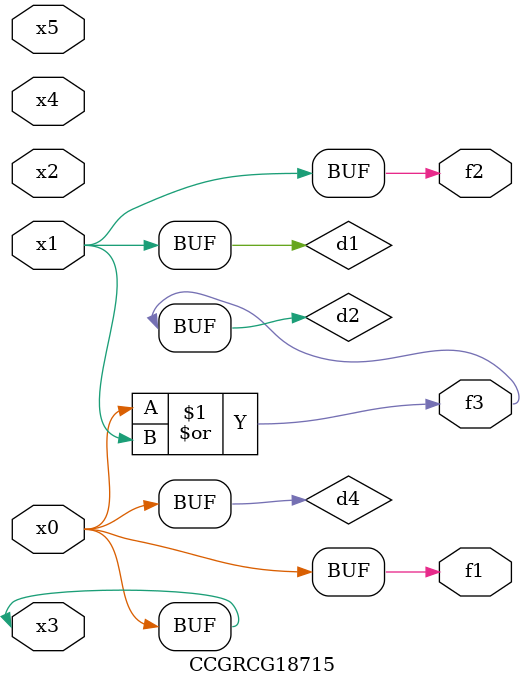
<source format=v>
module CCGRCG18715(
	input x0, x1, x2, x3, x4, x5,
	output f1, f2, f3
);

	wire d1, d2, d3, d4;

	and (d1, x1);
	or (d2, x0, x1);
	nand (d3, x0, x5);
	buf (d4, x0, x3);
	assign f1 = d4;
	assign f2 = d1;
	assign f3 = d2;
endmodule

</source>
